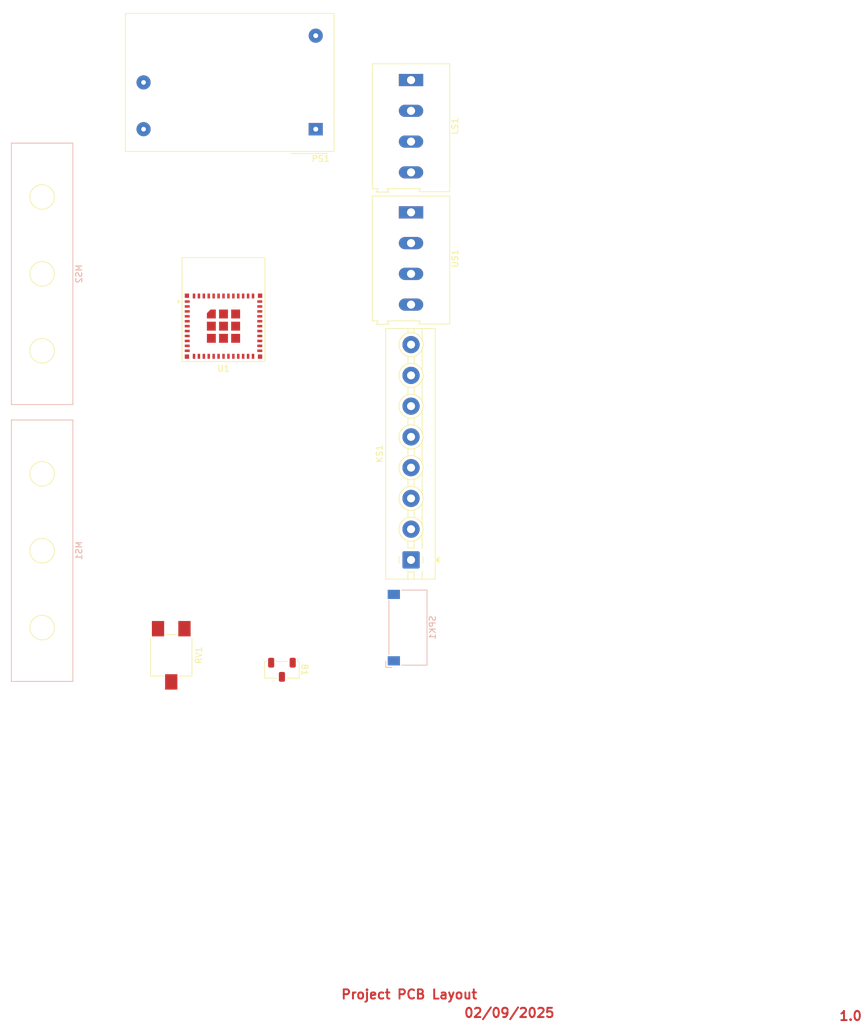
<source format=kicad_pcb>
(kicad_pcb (version 20240108) (generator "pcbnew") (generator_version "8.0")
  (layers (0 "F.Cu" signal) (31 "B.Cu" signal) (34 "B.Paste" user) (35 "F.Paste" user) (36 "B.SilkS" user "B.Silkscreen") (37 "F.SilkS" user "F.Silkscreen") (38 "B.Mask" user) (39 "F.Mask" user) (44 "Edge.Cuts" user))
  (net 0 "")
  (net 1 "GND")
  (net 2 "VCC")
  (net 3 "Net-(B1-B)")
  (net 4 "Net-(KS1-Pin_1)")
  (net 5 "Net-(KS1-Pin_8)")
  (net 6 "Net-(KS1-Pin_3)")
  (net 7 "Net-(KS1-Pin_4)")
  (net 8 "Net-(KS1-Pin_5)")
  (net 9 "Net-(KS1-Pin_6)")
  (net 10 "Net-(KS1-Pin_2)")
  (net 11 "Net-(KS1-Pin_7)")
  (net 12 "Net-(LS1-Pin_4)")
  (net 13 "Net-(LS1-Pin_3)")
  (net 14 "AC")
  (net 16 "Net-(RV1-Pad1)")
  (net 19 "Net-(U1-IO9)")
  (net 22 "Net-(MS1-PWM)")
  (net 23 "Net-(MS2-PWM)")
  (net 29 "Net-(U1-IO8)")
  (footprint "RF_Module:ESP32-C6-MINI-1" (layer "F.Cu") (at 168.5 81)
    (property "Reference" "U1" (at 0 6.9 0) (layer "F.SilkS"))
    (property "Value" "ESP32-C6 Microcontroller")
    (fp_line (start -6.75 -11.15) (end 6.75 -11.15) (stroke (width 0.12)) (layer "F.SilkS"))
    (fp_line (start -6.75 5.75) (end -6.75 -11.15) (stroke (width 0.12)) (layer "F.SilkS"))
    (fp_line (start 6.75 -11.15) (end 6.75 5.75) (stroke (width 0.12)) (layer "F.SilkS"))
    (fp_line (start 6.75 5.75) (end -6.75 5.75) (stroke (width 0.12)) (layer "F.SilkS"))
    (fp_poly (pts (xy -7.1 -4) (xy -7.436 -3.76) (xy -7.436 -4.24) (xy -7.1 -4)) (stroke (width 0.12)) (fill solid) (layer "F.SilkS"))
    (pad "1" smd rect (at -5.9 -4) (size 0.8 0.4) (layers "F.Cu" "F.Paste" "F.Mask") (net 1 "GND"))
    (pad "2" smd rect (at -5.9 -3.2) (size 0.8 0.4) (layers "F.Cu" "F.Paste" "F.Mask") (net 1 "GND"))
    (pad "3" smd rect (at -5.9 -2.4) (size 0.8 0.4) (layers "F.Cu" "F.Paste" "F.Mask") (net 2 "VCC"))
    (pad "4" smd rect (at -5.9 -1.6) (size 0.8 0.4) (layers "F.Cu" "F.Paste" "F.Mask"))
    (pad "5" smd rect (at -5.9 -0.8) (size 0.8 0.4) (layers "F.Cu" "F.Paste" "F.Mask"))
    (pad "6" smd rect (at -5.9 0) (size 0.8 0.4) (layers "F.Cu" "F.Paste" "F.Mask"))
    (pad "7" smd rect (at -5.9 0.8) (size 0.8 0.4) (layers "F.Cu" "F.Paste" "F.Mask"))
    (pad "8" smd rect (at -5.9 1.6) (size 0.8 0.4) (layers "F.Cu" "F.Paste" "F.Mask") (net 2 "VCC"))
    (pad "9" smd rect (at -5.9 2.4) (size 0.8 0.4) (layers "F.Cu" "F.Paste" "F.Mask"))
    (pad "10" smd rect (at -5.9 3.2) (size 0.8 0.4) (layers "F.Cu" "F.Paste" "F.Mask"))
    (pad "11" smd rect (at -5.9 4) (size 0.8 0.4) (layers "F.Cu" "F.Paste" "F.Mask") (net 1 "GND"))
    (pad "12" smd rect (at -4.8 4.9 90) (size 0.8 0.4) (layers "F.Cu" "F.Paste" "F.Mask") (net 22 "Net-(MS1-PWM)"))
    (pad "13" smd rect (at -4 4.9 90) (size 0.8 0.4) (layers "F.Cu" "F.Paste" "F.Mask") (net 23 "Net-(MS2-PWM)"))
    (pad "14" smd rect (at -3.2 4.9 90) (size 0.8 0.4) (layers "F.Cu" "F.Paste" "F.Mask") (net 1 "GND"))
    (pad "15" smd rect (at -2.4 4.9 90) (size 0.8 0.4) (layers "F.Cu" "F.Paste" "F.Mask"))
    (pad "16" smd rect (at -1.6 4.9 90) (size 0.8 0.4) (layers "F.Cu" "F.Paste" "F.Mask"))
    (pad "17" smd rect (at -0.8 4.9 90) (size 0.8 0.4) (layers "F.Cu" "F.Paste" "F.Mask") (net 4 "Net-(KS1-Pin_1)"))
    (pad "18" smd rect (at 0 4.9 90) (size 0.8 0.4) (layers "F.Cu" "F.Paste" "F.Mask") (net 10 "Net-(KS1-Pin_2)"))
    (pad "19" smd rect (at 0.8 4.9 90) (size 0.8 0.4) (layers "F.Cu" "F.Paste" "F.Mask") (net 6 "Net-(KS1-Pin_3)"))
    (pad "20" smd rect (at 1.6 4.9 90) (size 0.8 0.4) (layers "F.Cu" "F.Paste" "F.Mask") (net 7 "Net-(KS1-Pin_4)"))
    (pad "21" smd rect (at 2.4 4.9 90) (size 0.8 0.4) (layers "F.Cu" "F.Paste" "F.Mask"))
    (pad "22" smd rect (at 3.2 4.9 90) (size 0.8 0.4) (layers "F.Cu" "F.Paste" "F.Mask") (net 29 "Net-(U1-IO8)"))
    (pad "23" smd rect (at 4 4.9 90) (size 0.8 0.4) (layers "F.Cu" "F.Paste" "F.Mask") (net 19 "Net-(U1-IO9)"))
    (pad "24" smd rect (at 4.8 4.9 90) (size 0.8 0.4) (layers "F.Cu" "F.Paste" "F.Mask") (net 8 "Net-(KS1-Pin_5)"))
    (pad "25" smd rect (at 5.9 4) (size 0.8 0.4) (layers "F.Cu" "F.Paste" "F.Mask") (net 9 "Net-(KS1-Pin_6)"))
    (pad "26" smd rect (at 5.9 3.2) (size 0.8 0.4) (layers "F.Cu" "F.Paste" "F.Mask") (net 11 "Net-(KS1-Pin_7)"))
    (pad "27" smd rect (at 5.9 2.4) (size 0.8 0.4) (layers "F.Cu" "F.Paste" "F.Mask") (net 5 "Net-(KS1-Pin_8)"))
    (pad "28" smd rect (at 5.9 1.6) (size 0.8 0.4) (layers "F.Cu" "F.Paste" "F.Mask") (net 3 "Net-(B1-B)"))
    (pad "29" smd rect (at 5.9 0.8) (size 0.8 0.4) (layers "F.Cu" "F.Paste" "F.Mask"))
    (pad "30" smd rect (at 5.9 0) (size 0.8 0.4) (layers "F.Cu" "F.Paste" "F.Mask") (net 12 "Net-(LS1-Pin_4)"))
    (pad "31" smd rect (at 5.9 -0.8) (size 0.8 0.4) (layers "F.Cu" "F.Paste" "F.Mask") (net 13 "Net-(LS1-Pin_3)"))
    (pad "32" smd rect (at 5.9 -1.6) (size 0.8 0.4) (layers "F.Cu" "F.Paste" "F.Mask"))
    (pad "33" smd rect (at 5.9 -2.4) (size 0.8 0.4) (layers "F.Cu" "F.Paste" "F.Mask"))
    (pad "34" smd rect (at 5.9 -3.2) (size 0.8 0.4) (layers "F.Cu" "F.Paste" "F.Mask"))
    (pad "35" smd rect (at 5.9 -4) (size 0.8 0.4) (layers "F.Cu" "F.Paste" "F.Mask"))
    (pad "36" smd rect (at 4.8 -4.9 90) (size 0.8 0.4) (layers "F.Cu" "F.Paste" "F.Mask") (net 1 "GND"))
    (pad "37" smd rect (at 4 -4.9 90) (size 0.8 0.4) (layers "F.Cu" "F.Paste" "F.Mask") (net 1 "GND"))
    (pad "38" smd rect (at 3.2 -4.9 90) (size 0.8 0.4) (layers "F.Cu" "F.Paste" "F.Mask") (net 1 "GND"))
    (pad "39" smd rect (at 2.4 -4.9 90) (size 0.8 0.4) (layers "F.Cu" "F.Paste" "F.Mask") (net 1 "GND"))
    (pad "40" smd rect (at 1.6 -4.9 90) (size 0.8 0.4) (layers "F.Cu" "F.Paste" "F.Mask") (net 1 "GND"))
    (pad "41" smd rect (at 0.8 -4.9 90) (size 0.8 0.4) (layers "F.Cu" "F.Paste" "F.Mask") (net 1 "GND"))
    (pad "42" smd rect (at 0 -4.9 90) (size 0.8 0.4) (layers "F.Cu" "F.Paste" "F.Mask") (net 1 "GND"))
    (pad "43" smd rect (at -0.8 -4.9 90) (size 0.8 0.4) (layers "F.Cu" "F.Paste" "F.Mask") (net 1 "GND"))
    (pad "44" smd rect (at -1.6 -4.9 90) (size 0.8 0.4) (layers "F.Cu" "F.Paste" "F.Mask") (net 1 "GND"))
    (pad "45" smd rect (at -2.4 -4.9 90) (size 0.8 0.4) (layers "F.Cu" "F.Paste" "F.Mask") (net 1 "GND"))
    (pad "46" smd rect (at -3.2 -4.9 90) (size 0.8 0.4) (layers "F.Cu" "F.Paste" "F.Mask") (net 1 "GND"))
    (pad "47" smd rect (at -4 -4.9 90) (size 0.8 0.4) (layers "F.Cu" "F.Paste" "F.Mask") (net 1 "GND"))
    (pad "48" smd rect (at -4.8 -4.9 90) (size 0.8 0.4) (layers "F.Cu" "F.Paste" "F.Mask") (net 1 "GND"))
    (pad "49" smd roundrect (at -1.975 -1.975) (size 1.45 1.45) (property pad_prop_heatsink) (layers "F.Cu" "F.Paste" "F.Mask") (roundrect_rratio 0) (chamfer_ratio 0.41) (chamfer top_left) (net 1 "GND"))
    (pad "49" smd rect (at -1.975 0) (size 1.45 1.45) (property pad_prop_heatsink) (layers "F.Cu" "F.Paste" "F.Mask") (net 1 "GND"))
    (pad "49" smd rect (at -1.975 1.975) (size 1.45 1.45) (property pad_prop_heatsink) (layers "F.Cu" "F.Paste" "F.Mask") (net 1 "GND"))
    (pad "49" smd rect (at 0 -1.975) (size 1.45 1.45) (property pad_prop_heatsink) (layers "F.Cu" "F.Paste" "F.Mask") (net 1 "GND"))
    (pad "49" smd rect (at 0 0) (size 1.45 1.45) (property pad_prop_heatsink) (layers "F.Cu" "F.Paste" "F.Mask") (net 1 "GND"))
    (pad "49" smd rect (at 0 1.975) (size 1.45 1.45) (property pad_prop_heatsink) (layers "F.Cu" "F.Paste" "F.Mask") (net 1 "GND"))
    (pad "49" smd rect (at 1.975 -1.975) (size 1.45 1.45) (property pad_prop_heatsink) (layers "F.Cu" "F.Paste" "F.Mask") (net 1 "GND"))
    (pad "49" smd rect (at 1.975 0) (size 1.45 1.45) (property pad_prop_heatsink) (layers "F.Cu" "F.Paste" "F.Mask") (net 1 "GND"))
    (pad "49" smd rect (at 1.975 1.975) (size 1.45 1.45) (property pad_prop_heatsink) (layers "F.Cu" "F.Paste" "F.Mask") (net 1 "GND"))
    (pad "50" smd rect (at 5.95 -4.95) (size 0.7 0.7) (layers "F.Cu" "F.Paste" "F.Mask") (net 1 "GND"))
    (pad "51" smd rect (at 5.95 4.95) (size 0.7 0.7) (layers "F.Cu" "F.Paste" "F.Mask") (net 1 "GND"))
    (pad "52" smd rect (at -5.95 4.95) (size 0.7 0.7) (layers "F.Cu" "F.Paste" "F.Mask") (net 1 "GND"))
    (pad "53" smd rect (at -5.95 -4.95) (size 0.7 0.7) (layers "F.Cu" "F.Paste" "F.Mask") (net 1 "GND"))
  )
  (footprint "Potentiometer_SMD:Potentiometer_ACP_CA6-VSMD_Vertical" (layer "F.Cu") (at 160 134.5 -90)
    (property "Reference" "RV1" (at 0 -4.5 90) (layer "F.SilkS"))
    (property "Value" "R_Potentiometer")
    (fp_line (start -2.834 3.37) (end 3.37 3.37) (stroke (width 0.12)) (layer "F.SilkS"))
    (fp_line (start 3.37 1.24) (end 3.37 3.37) (stroke (width 0.12)) (layer "F.SilkS"))
    (fp_line (start -3.37 -0.909) (end -3.37 0.91) (stroke (width 0.12)) (layer "F.SilkS"))
    (fp_line (start -2.834 -3.371) (end 3.37 -3.371) (stroke (width 0.12)) (layer "F.SilkS"))
    (fp_line (start 3.37 -3.371) (end 3.37 -1.24) (stroke (width 0.12)) (layer "F.SilkS"))
    (pad "1" smd rect (at -4.325 2.15 270) (size 2.5 2) (layers "F.Cu" "F.Paste" "F.Mask") (net 16 "Net-(RV1-Pad1)"))
    (pad "2" smd rect (at 4.325 0 270) (size 2.5 2) (layers "F.Cu" "F.Paste" "F.Mask"))
    (pad "3" smd rect (at -4.325 -2.15 270) (size 2.5 2) (layers "F.Cu" "F.Paste" "F.Mask") (net 1 "GND"))
  )
  (footprint "Button_Switch_SMD:Nidec_Copal_CAS-120A" (layer "F.Cu") (at 178 136.85 -90)
    (property "Reference" "B1" (at 0 -3.7 -90) (layer "F.SilkS"))
    (property "Value" "ButtonSwitch")
    (fp_line (start -1.36 2.81) (end -1.36 2.55) (stroke (width 0.12)) (layer "F.SilkS"))
    (fp_line (start 1.35 2.81) (end -1.35 2.81) (stroke (width 0.12)) (layer "F.SilkS"))
    (fp_line (start 1.36 0.8) (end 1.36 2.81) (stroke (width 0.12)) (layer "F.SilkS"))
    (fp_line (start -1.36 -0.98) (end -1.36 0.98) (stroke (width 0.12)) (layer "F.SilkS"))
    (fp_line (start -1.36 -2.55) (end -1.9 -2.55) (stroke (width 0.12)) (layer "F.SilkS"))
    (fp_line (start -1.36 -2.55) (end -1.36 -2.8) (stroke (width 0.12)) (layer "F.SilkS"))
    (fp_line (start -1.36 -2.81) (end 1.36 -2.81) (stroke (width 0.12)) (layer "F.SilkS"))
    (fp_line (start 1.36 -2.81) (end 1.36 -0.8) (stroke (width 0.12)) (layer "F.SilkS"))
    (pad "1" smd roundrect (at -1.15 -1.75 180) (size 1 1.6) (layers "F.Cu" "F.Paste" "F.Mask") (net 2 "VCC"))
    (pad "2" smd roundrect (at 1.15 0 180) (size 1 1.6) (layers "F.Cu" "F.Paste" "F.Mask") (net 3 "Net-(B1-B)"))
    (pad "3" smd roundrect (at -1.15 1.75 180) (size 1 1.6) (layers "F.Cu" "F.Paste" "F.Mask") (net 1 "GND"))
  )
  (footprint "TerminalBlock:TerminalBlock_MaiXu_MX126-5.0-08P_1x08_P5.00mm" (layer "F.Cu") (at 199 119 90)
    (property "Reference" "KS1" (at 17.25 -5.12 90) (layer "F.SilkS"))
    (property "Value" "4x4Keypad_ScrewTerminal")
    (fp_line (start 37.62 -4.12) (end 37.62 3.92) (stroke (width 0.12)) (layer "F.SilkS"))
    (fp_line (start -3.12 -4.12) (end 37.62 -4.12) (stroke (width 0.12)) (layer "F.SilkS"))
    (fp_line (start -3.12 -4.12) (end -3.12 3.92) (stroke (width 0.12)) (layer "F.SilkS"))
    (fp_line (start 36.247 -1.486) (end 36.204 -1.443) (stroke (width 0.12)) (layer "F.SilkS"))
    (fp_line (start 31.247 -1.486) (end 31.204 -1.443) (stroke (width 0.12)) (layer "F.SilkS"))
    (fp_line (start 26.247 -1.486) (end 26.204 -1.443) (stroke (width 0.12)) (layer "F.SilkS"))
    (fp_line (start 21.247 -1.486) (end 21.204 -1.443) (stroke (width 0.12)) (layer "F.SilkS"))
    (fp_line (start 16.247 -1.486) (end 16.204 -1.443) (stroke (width 0.12)) (layer "F.SilkS"))
    (fp_line (start 11.247 -1.486) (end 11.204 -1.443) (stroke (width 0.12)) (layer "F.SilkS"))
    (fp_line (start 6.247 -1.486) (end 6.204 -1.443) (stroke (width 0.12)) (layer "F.SilkS"))
    (fp_line (start 36.487 -1.247) (end 36.444 -1.204) (stroke (width 0.12)) (layer "F.SilkS"))
    (fp_line (start 31.487 -1.247) (end 31.444 -1.204) (stroke (width 0.12)) (layer "F.SilkS"))
    (fp_line (start 26.487 -1.247) (end 26.444 -1.204) (stroke (width 0.12)) (layer "F.SilkS"))
    (fp_line (start 21.487 -1.247) (end 21.444 -1.204) (stroke (width 0.12)) (layer "F.SilkS"))
    (fp_line (start 16.487 -1.247) (end 16.444 -1.204) (stroke (width 0.12)) (layer "F.SilkS"))
    (fp_line (start 11.487 -1.247) (end 11.444 -1.204) (stroke (width 0.12)) (layer "F.SilkS"))
    (fp_line (start 6.487 -1.247) (end 6.444 -1.204) (stroke (width 0.12)) (layer "F.SilkS"))
    (fp_line (start 36.812 -0.5) (end 37.62 -0.5) (stroke (width 0.12)) (layer "F.SilkS"))
    (fp_line (start 31.812 -0.5) (end 33.188 -0.5) (stroke (width 0.12)) (layer "F.SilkS"))
    (fp_line (start 26.812 -0.5) (end 28.188 -0.5) (stroke (width 0.12)) (layer "F.SilkS"))
    (fp_line (start 21.812 -0.5) (end 23.188 -0.5) (stroke (width 0.12)) (layer "F.SilkS"))
    (fp_line (start 16.812 -0.5) (end 18.188 -0.5) (stroke (width 0.12)) (layer "F.SilkS"))
    (fp_line (start 11.812 -0.5) (end 13.188 -0.5) (stroke (width 0.12)) (layer "F.SilkS"))
    (fp_line (start 6.812 -0.5) (end 8.188 -0.5) (stroke (width 0.12)) (layer "F.SilkS"))
    (fp_line (start 1.88 -0.5) (end 3.188 -0.5) (stroke (width 0.12)) (layer "F.SilkS"))
    (fp_line (start -3.12 -0.5) (end -1.88 -0.5) (stroke (width 0.12)) (layer "F.SilkS"))
    (fp_line (start 36.812 0.5) (end 37.62 0.5) (stroke (width 0.12)) (layer "F.SilkS"))
    (fp_line (start 31.812 0.5) (end 33.188 0.5) (stroke (width 0.12)) (layer "F.SilkS"))
    (fp_line (start 26.812 0.5) (end 28.188 0.5) (stroke (width 0.12)) (layer "F.SilkS"))
    (fp_line (start 21.812 0.5) (end 23.188 0.5) (stroke (width 0.12)) (layer "F.SilkS"))
    (fp_line (start 16.812 0.5) (end 18.188 0.5) (stroke (width 0.12)) (layer "F.SilkS"))
    (fp_line (start 11.812 0.5) (end 13.188 0.5) (stroke (width 0.12)) (layer "F.SilkS"))
    (fp_line (start 6.812 0.5) (end 8.188 0.5) (stroke (width 0.12)) (layer "F.SilkS"))
    (fp_line (start 1.88 0.5) (end 3.188 0.5) (stroke (width 0.12)) (layer "F.SilkS"))
    (fp_line (start -3.12 0.5) (end -1.88 0.5) (stroke (width 0.12)) (layer "F.SilkS"))
    (fp_line (start 33.556 1.204) (end 33.513 1.247) (stroke (width 0.12)) (layer "F.SilkS"))
    (fp_line (start 28.556 1.204) (end 28.513 1.247) (stroke (width 0.12)) (layer "F.SilkS"))
    (fp_line (start 23.556 1.204) (end 23.513 1.247) (stroke (width 0.12)) (layer "F.SilkS"))
    (fp_line (start 18.556 1.204) (end 18.513 1.247) (stroke (width 0.12)) (layer "F.SilkS"))
    (fp_line (start 13.556 1.204) (end 13.513 1.247) (stroke (width 0.12)) (layer "F.SilkS"))
    (fp_line (start 8.556 1.204) (end 8.513 1.247) (stroke (width 0.12)) (layer "F.SilkS"))
    (fp_line (start 3.556 1.204) (end 3.513 1.247) (stroke (width 0.12)) (layer "F.SilkS"))
    (fp_line (start 33.795 1.443) (end 33.752 1.486) (stroke (width 0.12)) (layer "F.SilkS"))
    (fp_line (start 28.795 1.443) (end 28.752 1.486) (stroke (width 0.12)) (layer "F.SilkS"))
    (fp_line (start 23.795 1.443) (end 23.752 1.486) (stroke (width 0.12)) (layer "F.SilkS"))
    (fp_line (start 18.795 1.443) (end 18.752 1.486) (stroke (width 0.12)) (layer "F.SilkS"))
    (fp_line (start 13.795 1.443) (end 13.752 1.486) (stroke (width 0.12)) (layer "F.SilkS"))
    (fp_line (start 8.795 1.443) (end 8.752 1.486) (stroke (width 0.12)) (layer "F.SilkS"))
    (fp_line (start 3.795 1.443) (end 3.752 1.486) (stroke (width 0.12)) (layer "F.SilkS"))
    (fp_line (start 35.543 1.8) (end 37.62 1.8) (stroke (width 0.12)) (layer "F.SilkS"))
    (fp_line (start 30.543 1.8) (end 34.457 1.8) (stroke (width 0.12)) (layer "F.SilkS"))
    (fp_line (start 25.543 1.8) (end 29.457 1.8) (stroke (width 0.12)) (layer "F.SilkS"))
    (fp_line (start 20.543 1.8) (end 24.457 1.8) (stroke (width 0.12)) (layer "F.SilkS"))
    (fp_line (start 15.543 1.8) (end 19.457 1.8) (stroke (width 0.12)) (layer "F.SilkS"))
    (fp_line (start 10.543 1.8) (end 14.457 1.8) (stroke (width 0.12)) (layer "F.SilkS"))
    (fp_line (start 5.543 1.8) (end 9.457 1.8) (stroke (width 0.12)) (layer "F.SilkS"))
    (fp_line (start 1.88 1.8) (end 4.457 1.8) (stroke (width 0.12)) (layer "F.SilkS"))
    (fp_line (start -3.12 1.8) (end -1.88 1.8) (stroke (width 0.12)) (layer "F.SilkS"))
    (fp_line (start 0.3 3.92) (end 37.62 3.92) (stroke (width 0.12)) (layer "F.SilkS"))
    (fp_line (start -3.12 3.92) (end -0.3 3.92) (stroke (width 0.12)) (layer "F.SilkS"))
    (fp_arc (start -0.554 -1.88) (mid 0.000246 -1.959928) (end 0.554472 -1.879861) (stroke (width 0.12)) (layer "F.SilkS"))
    (fp_arc (start 1.88 -0.554) (mid 1.959928 0.000246) (end 1.879861 0.554472) (stroke (width 0.12)) (layer "F.SilkS"))
    (fp_arc (start -1.88 0.554) (mid -1.959928 -0.000246) (end -1.879861 -0.554472) (stroke (width 0.12)) (layer "F.SilkS"))
    (fp_arc (start 0.554 1.88) (mid -0.000246 1.959928) (end -0.554472 1.879861) (stroke (width 0.12)) (layer "F.SilkS"))
    (fp_circle (center 35 0) (end 36.96 0) (stroke (width 0.12)) (fill none) (layer "F.SilkS"))
    (fp_circle (center 30 0) (end 31.96 0) (stroke (width 0.12)) (fill none) (layer "F.SilkS"))
    (fp_circle (center 25 0) (end 26.96 0) (stroke (width 0.12)) (fill none) (layer "F.SilkS"))
    (fp_circle (center 20 0) (end 21.96 0) (stroke (width 0.12)) (fill none) (layer "F.SilkS"))
    (fp_circle (center 15 0) (end 16.96 0) (stroke (width 0.12)) (fill none) (layer "F.SilkS"))
    (fp_circle (center 10 0) (end 11.96 0) (stroke (width 0.12)) (fill none) (layer "F.SilkS"))
    (fp_circle (center 5 0) (end 6.96 0) (stroke (width 0.12)) (fill none) (layer "F.SilkS"))
    (fp_poly (pts (xy 0 3.92) (xy 0.44 4.53) (xy -0.44 4.53) (xy 0 3.92)) (stroke (width 0.12)) (fill solid) (layer "F.SilkS"))
    (pad "1" thru_hole roundrect (at 0 0 90) (size 2.8 2.8) (drill 1.3) (layers "*.Cu" "*.Mask") (roundrect_rratio 0.089286) (net 4 "Net-(KS1-Pin_1)"))
    (pad "2" thru_hole circle (at 5 0 90) (size 2.8 2.8) (drill 1.3) (layers "*.Cu" "*.Mask") (net 10 "Net-(KS1-Pin_2)"))
    (pad "3" thru_hole circle (at 10 0 90) (size 2.8 2.8) (drill 1.3) (layers "*.Cu" "*.Mask") (net 6 "Net-(KS1-Pin_3)"))
    (pad "4" thru_hole circle (at 15 0 90) (size 2.8 2.8) (drill 1.3) (layers "*.Cu" "*.Mask") (net 7 "Net-(KS1-Pin_4)"))
    (pad "5" thru_hole circle (at 20 0 90) (size 2.8 2.8) (drill 1.3) (layers "*.Cu" "*.Mask") (net 8 "Net-(KS1-Pin_5)"))
    (pad "6" thru_hole circle (at 25 0 90) (size 2.8 2.8) (drill 1.3) (layers "*.Cu" "*.Mask") (net 9 "Net-(KS1-Pin_6)"))
    (pad "7" thru_hole circle (at 30 0 90) (size 2.8 2.8) (drill 1.3) (layers "*.Cu" "*.Mask") (net 11 "Net-(KS1-Pin_7)"))
    (pad "8" thru_hole circle (at 35 0 90) (size 2.8 2.8) (drill 1.3) (layers "*.Cu" "*.Mask") (net 5 "Net-(KS1-Pin_8)"))
  )
  (footprint "TerminalBlock:TerminalBlock_Altech_AK300-4_P5.00mm" (layer "F.Cu") (at 199 41 -90)
    (property "Reference" "LS1" (at 7.5 -7.15 90) (layer "F.SilkS"))
    (property "Value" "LCD_ScrewTerminal")
    (fp_line (start -2.65 6.3) (end -2.65 -6.3) (stroke (width 0.12)) (layer "F.SilkS"))
    (fp_line (start 17.65 6.3) (end -2.65 6.3) (stroke (width 0.12)) (layer "F.SilkS"))
    (fp_line (start 18.2 5.65) (end 17.65 5.35) (stroke (width 0.12)) (layer "F.SilkS"))
    (fp_line (start 17.65 5.35) (end 17.65 6.3) (stroke (width 0.12)) (layer "F.SilkS"))
    (fp_line (start 17.65 3.9) (end 18.2 3.6) (stroke (width 0.12)) (layer "F.SilkS"))
    (fp_line (start 18.2 3.6) (end 18.2 5.65) (stroke (width 0.12)) (layer "F.SilkS"))
    (fp_line (start 18.15 -1.25) (end 17.65 -1.5) (stroke (width 0.12)) (layer "F.SilkS"))
    (fp_line (start 17.65 -1.5) (end 17.65 3.9) (stroke (width 0.12)) (layer "F.SilkS"))
    (fp_line (start -2.65 -6.3) (end 18.15 -6.3) (stroke (width 0.12)) (layer "F.SilkS"))
    (fp_line (start 18.15 -6.3) (end 18.15 -1.25) (stroke (width 0.12)) (layer "F.SilkS"))
    (pad "1" thru_hole rect (at 0 0 270) (size 1.98 3.96) (drill 1.32) (layers "*.Cu" "*.Mask") (net 1 "GND"))
    (pad "2" thru_hole oval (at 5 0 270) (size 1.98 3.96) (drill 1.32) (layers "*.Cu" "*.Mask") (net 2 "VCC"))
    (pad "3" thru_hole oval (at 10 0 270) (size 1.98 3.96) (drill 1.32) (layers "*.Cu" "*.Mask") (net 13 "Net-(LS1-Pin_3)"))
    (pad "4" thru_hole oval (at 15 0 270) (size 1.98 3.96) (drill 1.32) (layers "*.Cu" "*.Mask") (net 12 "Net-(LS1-Pin_4)"))
  )
  (footprint "Converter_ACDC:Converter_ACDC_MeanWell_IRM-02-xx_THT" (layer "F.Cu") (at 183.5 48.9825 180)
    (property "Reference" "PS1" (at -0.8 -4.8 360) (layer "F.SilkS"))
    (property "Value" "IRM-02-3.3")
    (fp_line (start 30.97 -3.62) (end 30.97 18.82) (stroke (width 0.12)) (layer "F.SilkS"))
    (fp_line (start -2 -3.95) (end 4 -3.95) (stroke (width 0.12)) (layer "F.SilkS"))
    (fp_line (start -2.97 18.82) (end 30.97 18.82) (stroke (width 0.12)) (layer "F.SilkS"))
    (fp_line (start -2.97 18.82) (end -2.97 -3.62) (stroke (width 0.12)) (layer "F.SilkS"))
    (fp_line (start -2.97 -3.62) (end 30.97 -3.62) (stroke (width 0.12)) (layer "F.SilkS"))
    (pad "1" thru_hole rect (at 0 0 180) (size 2.3 2) (drill 0.8) (layers "*.Cu" "*.Mask") (net 1 "GND"))
    (pad "2" thru_hole circle (at 0 15.2 180) (size 2.3 2.3) (drill 0.8) (layers "*.Cu" "*.Mask") (net 14 "AC"))
    (pad "3" thru_hole circle (at 28 0 180) (size 2.3 2.3) (drill 0.76) (layers "*.Cu" "*.Mask") (net 1 "GND"))
    (pad "4" thru_hole circle (at 28 7.6 180) (size 2.3 2.3) (drill 0.76) (layers "*.Cu" "*.Mask") (net 2 "VCC"))
  )
  (footprint "TerminalBlock:TerminalBlock_Altech_AK300-4_P5.00mm" (layer "F.Cu") (at 199 62.5 -90)
    (property "Reference" "US1" (at 7.5 -7.15 90) (layer "F.SilkS"))
    (property "Value" "Sensor_ScrewTerminal")
    (fp_line (start -2.65 6.3) (end -2.65 -6.3) (stroke (width 0.12)) (layer "F.SilkS"))
    (fp_line (start 17.65 6.3) (end -2.65 6.3) (stroke (width 0.12)) (layer "F.SilkS"))
    (fp_line (start 18.2 5.65) (end 17.65 5.35) (stroke (width 0.12)) (layer "F.SilkS"))
    (fp_line (start 17.65 5.35) (end 17.65 6.3) (stroke (width 0.12)) (layer "F.SilkS"))
    (fp_line (start 17.65 3.9) (end 18.2 3.6) (stroke (width 0.12)) (layer "F.SilkS"))
    (fp_line (start 18.2 3.6) (end 18.2 5.65) (stroke (width 0.12)) (layer "F.SilkS"))
    (fp_line (start 18.15 -1.25) (end 17.65 -1.5) (stroke (width 0.12)) (layer "F.SilkS"))
    (fp_line (start 17.65 -1.5) (end 17.65 3.9) (stroke (width 0.12)) (layer "F.SilkS"))
    (fp_line (start -2.65 -6.3) (end 18.15 -6.3) (stroke (width 0.12)) (layer "F.SilkS"))
    (fp_line (start 18.15 -6.3) (end 18.15 -1.25) (stroke (width 0.12)) (layer "F.SilkS"))
    (pad "1" thru_hole rect (at 0 0 270) (size 1.98 3.96) (drill 1.32) (layers "*.Cu" "*.Mask") (net 19 "Net-(U1-IO9)"))
    (pad "2" thru_hole oval (at 5 0 270) (size 1.98 3.96) (drill 1.32) (layers "*.Cu" "*.Mask") (net 29 "Net-(U1-IO8)"))
    (pad "3" thru_hole oval (at 10 0 270) (size 1.98 3.96) (drill 1.32) (layers "*.Cu" "*.Mask") (net 2 "VCC"))
    (pad "4" thru_hole oval (at 15 0 270) (size 1.98 3.96) (drill 1.32) (layers "*.Cu" "*.Mask") (net 1 "GND"))
  )
  (footprint "MountingEquipment:DINRailAdapter_3xM3_PhoenixContact_1201578" (layer "F.Cu") (at 139 72.5 90)
    (property "Reference" "MS2" (at 0 6 90) (layer "B.SilkS") (effects (justify mirror)))
    (property "Value" "Motor_Servo")
    (fp_line (start 21.25 -5) (end -21.25 -5) (stroke (width 0.12)) (layer "B.SilkS"))
    (fp_line (start -21.25 -5) (end -21.25 5) (stroke (width 0.12)) (layer "B.SilkS"))
    (fp_line (start 21.25 5) (end 21.25 -5) (stroke (width 0.12)) (layer "B.SilkS"))
    (fp_line (start -21.25 5) (end 21.25 5) (stroke (width 0.12)) (layer "B.SilkS"))
    (fp_circle (center 12.5 0) (end 14.5 0) (stroke (width 0.12)) (fill none) (layer "F.SilkS"))
    (fp_circle (center 0 0) (end 2 0) (stroke (width 0.12)) (fill none) (layer "F.SilkS"))
    (fp_circle (center -12.5 0) (end -10.5 0) (stroke (width 0.12)) (fill none) (layer "F.SilkS"))
    (pad "" np_thru_hole circle (at -12.5 0 90) (size 3.2 3.2) (drill 3.2) (layers "*.Cu" "*.Mask"))
    (pad "" np_thru_hole circle (at 0 0 90) (size 3.2 3.2) (drill 3.2) (layers "*.Cu" "*.Mask"))
    (pad "" np_thru_hole circle (at 12.5 0 90) (size 3.2 3.2) (drill 3.2) (layers "*.Cu" "*.Mask"))
  )
  (footprint "MountingEquipment:DINRailAdapter_3xM3_PhoenixContact_1201578" (layer "F.Cu") (at 139 117.5 90)
    (property "Reference" "MS1" (at 0 6 90) (layer "B.SilkS") (effects (justify mirror)))
    (property "Value" "Motor_Servo")
    (fp_line (start 21.25 -5) (end -21.25 -5) (stroke (width 0.12)) (layer "B.SilkS"))
    (fp_line (start -21.25 -5) (end -21.25 5) (stroke (width 0.12)) (layer "B.SilkS"))
    (fp_line (start 21.25 5) (end 21.25 -5) (stroke (width 0.12)) (layer "B.SilkS"))
    (fp_line (start -21.25 5) (end 21.25 5) (stroke (width 0.12)) (layer "B.SilkS"))
    (fp_circle (center 12.5 0) (end 14.5 0) (stroke (width 0.12)) (fill none) (layer "F.SilkS"))
    (fp_circle (center 0 0) (end 2 0) (stroke (width 0.12)) (fill none) (layer "F.SilkS"))
    (fp_circle (center -12.5 0) (end -10.5 0) (stroke (width 0.12)) (fill none) (layer "F.SilkS"))
    (pad "" np_thru_hole circle (at -12.5 0 90) (size 3.2 3.2) (drill 3.2) (layers "*.Cu" "*.Mask"))
    (pad "" np_thru_hole circle (at 0 0 90) (size 3.2 3.2) (drill 3.2) (layers "*.Cu" "*.Mask"))
    (pad "" np_thru_hole circle (at 12.5 0 90) (size 3.2 3.2) (drill 3.2) (layers "*.Cu" "*.Mask"))
  )
  (footprint "Buzzer_Beeper:Speaker_CUI_CMR-1206S-67" (layer "B.Cu") (at 198.5 130 90)
    (property "Reference" "SPK1" (at 0 4 90) (layer "B.SilkS") (effects (justify mirror)))
    (property "Value" "Speaker")
    (fp_line (start -5.45 -3.6) (end -6.45 -3.6) (stroke (width 0.12)) (layer "B.SilkS"))
    (fp_line (start -6.45 -3.6) (end -6.45 -2.6) (stroke (width 0.12)) (layer "B.SilkS"))
    (fp_line (start -4.4 -3.1) (end 4.4 -3.1) (stroke (width 0.12)) (layer "B.SilkS"))
    (fp_line (start 6.1 -1.05) (end 6.1 3.1) (stroke (width 0.12)) (layer "B.SilkS"))
    (fp_line (start 6.1 3.1) (end -6.1 3.1) (stroke (width 0.12)) (layer "B.SilkS"))
    (fp_line (start -6.1 3.1) (end -6.1 -1.05) (stroke (width 0.12)) (layer "B.SilkS"))
    (pad "1" smd rect (at -5.4 -2.3 270) (size 1.5 2) (layers "B.Cu" "B.Mask") (net 16 "Net-(RV1-Pad1)"))
    (pad "2" smd rect (at 5.4 -2.3 270) (size 1.5 2) (layers "B.Cu" "B.Mask") (net 2 "VCC"))
  )
  (gr_text "Project PCB Layout\n" (at 187.5 190.5 0) (layer "F.Cu") (effects (font (size 1.5 1.5) (thickness 0.3) (bold yes)) (justify left bottom)))
  (gr_text "1.0\n" (at 268.5 194 0) (layer "F.Cu") (effects (font (size 1.5 1.5) (thickness 0.3) (bold yes)) (justify left bottom)))
  (gr_text "02/09/2025\n" (at 207.5 193.5 0) (layer "F.Cu") (effects (font (size 1.5 1.5) (thickness 0.3) (bold yes)) (justify left bottom)))
)
</source>
